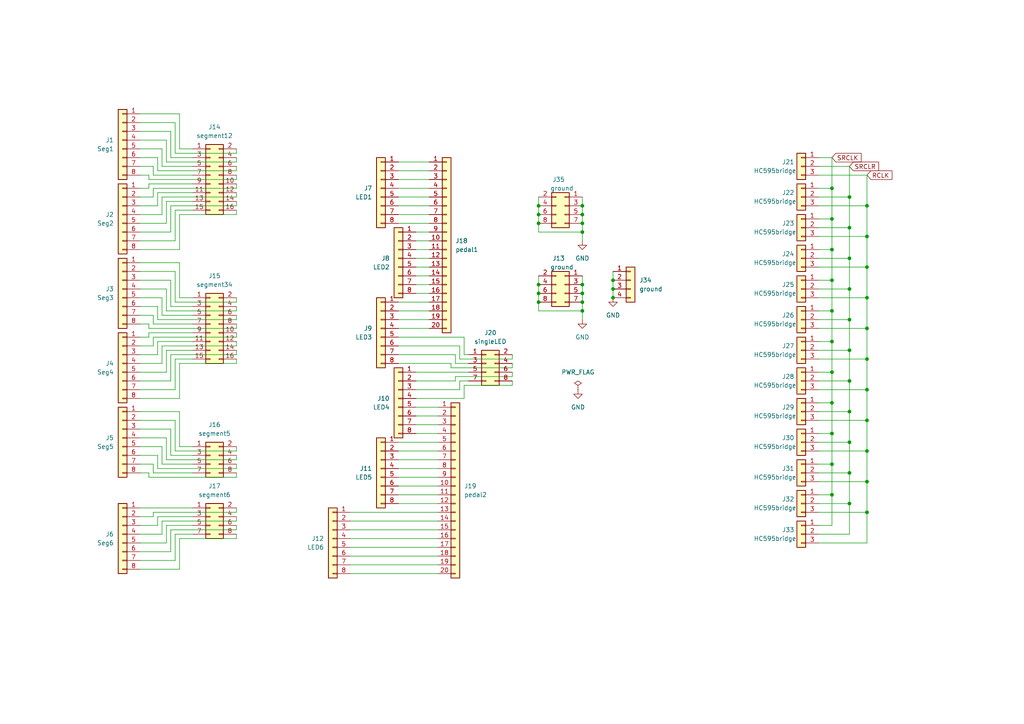
<source format=kicad_sch>
(kicad_sch (version 20230121) (generator eeschema)
  (paper "A4")
  (title_block (title "EP5 dashboard middle board") (date "2024-01-01") (rev "1") (company "NTURacing") (comment 1 "郭哲明") (comment 2 "electrical group"))
  (lib_symbols
    (symbol "Connector_Generic:Conn_01x03" (pin_names (offset 1.016) hide)
      (property "Reference" "J" (at 0 5.08 0))
      (property "Value" "Conn_01x03" (at 0 -5.08 0))
      (symbol "Conn_01x03_1_1"
        (rectangle (start -1.27 -2.413) (end 0 -2.667) (stroke (width 0.1524)))
        (rectangle (start -1.27 0.127) (end 0 -0.127) (stroke (width 0.1524)))
        (rectangle (start -1.27 2.667) (end 0 2.413) (stroke (width 0.1524)))
        (rectangle (start -1.27 3.81) (end 1.27 -3.81) (stroke (width 0.254)) (fill (type background)))
        (pin passive line (at -5.08 2.54 0) (length 3.81) (name "Pin_1") (number "1"))
        (pin passive line (at -5.08 0 0) (length 3.81) (name "Pin_2") (number "2"))
        (pin passive line (at -5.08 -2.54 0) (length 3.81) (name "Pin_3") (number "3"))
      )
    )
    (symbol "Connector_Generic:Conn_01x04" (pin_names (offset 1.016) hide)
      (property "Reference" "J" (at 0 5.08 0))
      (property "Value" "Conn_01x04" (at 0 -7.62 0))
      (symbol "Conn_01x04_1_1"
        (rectangle (start -1.27 -4.953) (end 0 -5.207) (stroke (width 0.1524)))
        (rectangle (start -1.27 -2.413) (end 0 -2.667) (stroke (width 0.1524)))
        (rectangle (start -1.27 0.127) (end 0 -0.127) (stroke (width 0.1524)))
        (rectangle (start -1.27 2.667) (end 0 2.413) (stroke (width 0.1524)))
        (rectangle (start -1.27 3.81) (end 1.27 -6.35) (stroke (width 0.254)) (fill (type background)))
        (pin passive line (at -5.08 2.54 0) (length 3.81) (name "Pin_1") (number "1"))
        (pin passive line (at -5.08 0 0) (length 3.81) (name "Pin_2") (number "2"))
        (pin passive line (at -5.08 -2.54 0) (length 3.81) (name "Pin_3") (number "3"))
        (pin passive line (at -5.08 -5.08 0) (length 3.81) (name "Pin_4") (number "4"))
      )
    )
    (symbol "Connector_Generic:Conn_01x08" (pin_names (offset 1.016) hide)
      (property "Reference" "J" (at 0 10.16 0))
      (property "Value" "Conn_01x08" (at 0 -12.7 0))
      (symbol "Conn_01x08_1_1"
        (rectangle (start -1.27 -10.033) (end 0 -10.287) (stroke (width 0.1524)))
        (rectangle (start -1.27 -7.493) (end 0 -7.747) (stroke (width 0.1524)))
        (rectangle (start -1.27 -4.953) (end 0 -5.207) (stroke (width 0.1524)))
        (rectangle (start -1.27 -2.413) (end 0 -2.667) (stroke (width 0.1524)))
        (rectangle (start -1.27 0.127) (end 0 -0.127) (stroke (width 0.1524)))
        (rectangle (start -1.27 2.667) (end 0 2.413) (stroke (width 0.1524)))
        (rectangle (start -1.27 5.207) (end 0 4.953) (stroke (width 0.1524)))
        (rectangle (start -1.27 7.747) (end 0 7.493) (stroke (width 0.1524)))
        (rectangle (start -1.27 8.89) (end 1.27 -11.43) (stroke (width 0.254)) (fill (type background)))
        (pin passive line (at -5.08 7.62 0) (length 3.81) (name "Pin_1") (number "1"))
        (pin passive line (at -5.08 5.08 0) (length 3.81) (name "Pin_2") (number "2"))
        (pin passive line (at -5.08 2.54 0) (length 3.81) (name "Pin_3") (number "3"))
        (pin passive line (at -5.08 0 0) (length 3.81) (name "Pin_4") (number "4"))
        (pin passive line (at -5.08 -2.54 0) (length 3.81) (name "Pin_5") (number "5"))
        (pin passive line (at -5.08 -5.08 0) (length 3.81) (name "Pin_6") (number "6"))
        (pin passive line (at -5.08 -7.62 0) (length 3.81) (name "Pin_7") (number "7"))
        (pin passive line (at -5.08 -10.16 0) (length 3.81) (name "Pin_8") (number "8"))
      )
    )
    (symbol "Connector_Generic:Conn_01x20" (pin_names (offset 1.016) hide)
      (property "Reference" "J" (at 0 25.4 0))
      (property "Value" "Conn_01x20" (at 0 -27.94 0))
      (symbol "Conn_01x20_1_1"
        (rectangle (start -1.27 -25.273) (end 0 -25.527) (stroke (width 0.1524)))
        (rectangle (start -1.27 -22.733) (end 0 -22.987) (stroke (width 0.1524)))
        (rectangle (start -1.27 -20.193) (end 0 -20.447) (stroke (width 0.1524)))
        (rectangle (start -1.27 -17.653) (end 0 -17.907) (stroke (width 0.1524)))
        (rectangle (start -1.27 -15.113) (end 0 -15.367) (stroke (width 0.1524)))
        (rectangle (start -1.27 -12.573) (end 0 -12.827) (stroke (width 0.1524)))
        (rectangle (start -1.27 -10.033) (end 0 -10.287) (stroke (width 0.1524)))
        (rectangle (start -1.27 -7.493) (end 0 -7.747) (stroke (width 0.1524)))
        (rectangle (start -1.27 -4.953) (end 0 -5.207) (stroke (width 0.1524)))
        (rectangle (start -1.27 -2.413) (end 0 -2.667) (stroke (width 0.1524)))
        (rectangle (start -1.27 0.127) (end 0 -0.127) (stroke (width 0.1524)))
        (rectangle (start -1.27 2.667) (end 0 2.413) (stroke (width 0.1524)))
        (rectangle (start -1.27 5.207) (end 0 4.953) (stroke (width 0.1524)))
        (rectangle (start -1.27 7.747) (end 0 7.493) (stroke (width 0.1524)))
        (rectangle (start -1.27 10.287) (end 0 10.033) (stroke (width 0.1524)))
        (rectangle (start -1.27 12.827) (end 0 12.573) (stroke (width 0.1524)))
        (rectangle (start -1.27 15.367) (end 0 15.113) (stroke (width 0.1524)))
        (rectangle (start -1.27 17.907) (end 0 17.653) (stroke (width 0.1524)))
        (rectangle (start -1.27 20.447) (end 0 20.193) (stroke (width 0.1524)))
        (rectangle (start -1.27 22.987) (end 0 22.733) (stroke (width 0.1524)))
        (rectangle (start -1.27 24.13) (end 1.27 -26.67) (stroke (width 0.254)) (fill (type background)))
        (pin passive line (at -5.08 22.86 0) (length 3.81) (name "Pin_1") (number "1"))
        (pin passive line (at -5.08 0 0) (length 3.81) (name "Pin_10") (number "10"))
        (pin passive line (at -5.08 -2.54 0) (length 3.81) (name "Pin_11") (number "11"))
        (pin passive line (at -5.08 -5.08 0) (length 3.81) (name "Pin_12") (number "12"))
        (pin passive line (at -5.08 -7.62 0) (length 3.81) (name "Pin_13") (number "13"))
        (pin passive line (at -5.08 -10.16 0) (length 3.81) (name "Pin_14") (number "14"))
        (pin passive line (at -5.08 -12.7 0) (length 3.81) (name "Pin_15") (number "15"))
        (pin passive line (at -5.08 -15.24 0) (length 3.81) (name "Pin_16") (number "16"))
        (pin passive line (at -5.08 -17.78 0) (length 3.81) (name "Pin_17") (number "17"))
        (pin passive line (at -5.08 -20.32 0) (length 3.81) (name "Pin_18") (number "18"))
        (pin passive line (at -5.08 -22.86 0) (length 3.81) (name "Pin_19") (number "19"))
        (pin passive line (at -5.08 20.32 0) (length 3.81) (name "Pin_2") (number "2"))
        (pin passive line (at -5.08 -25.4 0) (length 3.81) (name "Pin_20") (number "20"))
        (pin passive line (at -5.08 17.78 0) (length 3.81) (name "Pin_3") (number "3"))
        (pin passive line (at -5.08 15.24 0) (length 3.81) (name "Pin_4") (number "4"))
        (pin passive line (at -5.08 12.7 0) (length 3.81) (name "Pin_5") (number "5"))
        (pin passive line (at -5.08 10.16 0) (length 3.81) (name "Pin_6") (number "6"))
        (pin passive line (at -5.08 7.62 0) (length 3.81) (name "Pin_7") (number "7"))
        (pin passive line (at -5.08 5.08 0) (length 3.81) (name "Pin_8") (number "8"))
        (pin passive line (at -5.08 2.54 0) (length 3.81) (name "Pin_9") (number "9"))
      )
    )
    (symbol "Connector_Generic:Conn_02x04_Odd_Even" (pin_names (offset 1.016) hide)
      (property "Reference" "J" (at 1.27 5.08 0))
      (property "Value" "Conn_02x04_Odd_Even" (at 1.27 -7.62 0))
      (symbol "Conn_02x04_Odd_Even_1_1"
        (rectangle (start -1.27 -4.953) (end 0 -5.207) (stroke (width 0.1524)))
        (rectangle (start -1.27 -2.413) (end 0 -2.667) (stroke (width 0.1524)))
        (rectangle (start -1.27 0.127) (end 0 -0.127) (stroke (width 0.1524)))
        (rectangle (start -1.27 2.667) (end 0 2.413) (stroke (width 0.1524)))
        (rectangle (start -1.27 3.81) (end 3.81 -6.35) (stroke (width 0.254)) (fill (type background)))
        (rectangle (start 3.81 -4.953) (end 2.54 -5.207) (stroke (width 0.1524)))
        (rectangle (start 3.81 -2.413) (end 2.54 -2.667) (stroke (width 0.1524)))
        (rectangle (start 3.81 0.127) (end 2.54 -0.127) (stroke (width 0.1524)))
        (rectangle (start 3.81 2.667) (end 2.54 2.413) (stroke (width 0.1524)))
        (pin passive line (at -5.08 2.54 0) (length 3.81) (name "Pin_1") (number "1"))
        (pin passive line (at 7.62 2.54 180) (length 3.81) (name "Pin_2") (number "2"))
        (pin passive line (at -5.08 0 0) (length 3.81) (name "Pin_3") (number "3"))
        (pin passive line (at 7.62 0 180) (length 3.81) (name "Pin_4") (number "4"))
        (pin passive line (at -5.08 -2.54 0) (length 3.81) (name "Pin_5") (number "5"))
        (pin passive line (at 7.62 -2.54 180) (length 3.81) (name "Pin_6") (number "6"))
        (pin passive line (at -5.08 -5.08 0) (length 3.81) (name "Pin_7") (number "7"))
        (pin passive line (at 7.62 -5.08 180) (length 3.81) (name "Pin_8") (number "8"))
      )
    )
    (symbol "Connector_Generic:Conn_02x08_Odd_Even" (pin_names (offset 1.016) hide)
      (property "Reference" "J" (at 1.27 10.16 0))
      (property "Value" "Conn_02x08_Odd_Even" (at 1.27 -12.7 0))
      (symbol "Conn_02x08_Odd_Even_1_1"
        (rectangle (start -1.27 -10.033) (end 0 -10.287) (stroke (width 0.1524)))
        (rectangle (start -1.27 -7.493) (end 0 -7.747) (stroke (width 0.1524)))
        (rectangle (start -1.27 -4.953) (end 0 -5.207) (stroke (width 0.1524)))
        (rectangle (start -1.27 -2.413) (end 0 -2.667) (stroke (width 0.1524)))
        (rectangle (start -1.27 0.127) (end 0 -0.127) (stroke (width 0.1524)))
        (rectangle (start -1.27 2.667) (end 0 2.413) (stroke (width 0.1524)))
        (rectangle (start -1.27 5.207) (end 0 4.953) (stroke (width 0.1524)))
        (rectangle (start -1.27 7.747) (end 0 7.493) (stroke (width 0.1524)))
        (rectangle (start -1.27 8.89) (end 3.81 -11.43) (stroke (width 0.254)) (fill (type background)))
        (rectangle (start 3.81 -10.033) (end 2.54 -10.287) (stroke (width 0.1524)))
        (rectangle (start 3.81 -7.493) (end 2.54 -7.747) (stroke (width 0.1524)))
        (rectangle (start 3.81 -4.953) (end 2.54 -5.207) (stroke (width 0.1524)))
        (rectangle (start 3.81 -2.413) (end 2.54 -2.667) (stroke (width 0.1524)))
        (rectangle (start 3.81 0.127) (end 2.54 -0.127) (stroke (width 0.1524)))
        (rectangle (start 3.81 2.667) (end 2.54 2.413) (stroke (width 0.1524)))
        (rectangle (start 3.81 5.207) (end 2.54 4.953) (stroke (width 0.1524)))
        (rectangle (start 3.81 7.747) (end 2.54 7.493) (stroke (width 0.1524)))
        (pin passive line (at -5.08 7.62 0) (length 3.81) (name "Pin_1") (number "1"))
        (pin passive line (at 7.62 -2.54 180) (length 3.81) (name "Pin_10") (number "10"))
        (pin passive line (at -5.08 -5.08 0) (length 3.81) (name "Pin_11") (number "11"))
        (pin passive line (at 7.62 -5.08 180) (length 3.81) (name "Pin_12") (number "12"))
        (pin passive line (at -5.08 -7.62 0) (length 3.81) (name "Pin_13") (number "13"))
        (pin passive line (at 7.62 -7.62 180) (length 3.81) (name "Pin_14") (number "14"))
        (pin passive line (at -5.08 -10.16 0) (length 3.81) (name "Pin_15") (number "15"))
        (pin passive line (at 7.62 -10.16 180) (length 3.81) (name "Pin_16") (number "16"))
        (pin passive line (at 7.62 7.62 180) (length 3.81) (name "Pin_2") (number "2"))
        (pin passive line (at -5.08 5.08 0) (length 3.81) (name "Pin_3") (number "3"))
        (pin passive line (at 7.62 5.08 180) (length 3.81) (name "Pin_4") (number "4"))
        (pin passive line (at -5.08 2.54 0) (length 3.81) (name "Pin_5") (number "5"))
        (pin passive line (at 7.62 2.54 180) (length 3.81) (name "Pin_6") (number "6"))
        (pin passive line (at -5.08 0 0) (length 3.81) (name "Pin_7") (number "7"))
        (pin passive line (at 7.62 0 180) (length 3.81) (name "Pin_8") (number "8"))
        (pin passive line (at -5.08 -2.54 0) (length 3.81) (name "Pin_9") (number "9"))
      )
    )
    (symbol "power:GND" (power) (pin_names (offset 0))
      (property "Value" "GND" (at 0 -3.81 0))
      (symbol "GND_0_1"
        (polyline (pts (xy 0 0) (xy 0 -1.27) (xy 1.27 -1.27) (xy 0 -2.54) (xy -1.27 -1.27) (xy 0 -1.27)))
      )
      (symbol "GND_1_1"
        (pin power_in line (at 0 0 270) (length 0) hide (name "GND") (number "1"))
      )
    )
    (symbol "power:PWR_FLAG" (power) (pin_numbers hide) (pin_names (offset 0) hide)
      (property "Value" "PWR_FLAG" (at 0 3.81 0))
      (symbol "PWR_FLAG_0_0"
        (pin power_out line (at 0 0 90) (length 0) (name "pwr") (number "1"))
      )
      (symbol "PWR_FLAG_0_1"
        (polyline (pts (xy 0 0) (xy 0 1.27) (xy -1.016 1.905) (xy 0 2.54) (xy 1.016 1.905) (xy 0 1.27)))
      )
    )
  )
  (junction (at 241.3 99.06))
  (junction (at 168.91 67.31))
  (junction (at 251.46 130.81))
  (junction (at 246.38 119.38))
  (junction (at 246.38 128.27))
  (junction (at 241.3 143.51))
  (junction (at 251.46 148.59))
  (junction (at 156.21 87.63))
  (junction (at 168.91 85.09))
  (junction (at 246.38 146.05))
  (junction (at 168.91 82.55))
  (junction (at 246.38 110.49))
  (junction (at 241.3 63.5))
  (junction (at 241.3 81.28))
  (junction (at 251.46 86.36))
  (junction (at 156.21 82.55))
  (junction (at 246.38 74.93))
  (junction (at 251.46 77.47))
  (junction (at 246.38 92.71))
  (junction (at 251.46 139.7))
  (junction (at 251.46 68.58))
  (junction (at 168.91 62.23))
  (junction (at 156.21 85.09))
  (junction (at 251.46 95.25))
  (junction (at 177.8 86.36))
  (junction (at 156.21 62.23))
  (junction (at 246.38 137.16))
  (junction (at 156.21 59.69))
  (junction (at 241.3 54.61))
  (junction (at 168.91 59.69))
  (junction (at 241.3 134.62))
  (junction (at 241.3 107.95))
  (junction (at 241.3 72.39))
  (junction (at 251.46 104.14))
  (junction (at 251.46 121.92))
  (junction (at 246.38 57.15))
  (junction (at 246.38 66.04))
  (junction (at 177.8 83.82))
  (junction (at 241.3 90.17))
  (junction (at 251.46 113.03))
  (junction (at 168.91 64.77))
  (junction (at 246.38 83.82))
  (junction (at 241.3 125.73))
  (junction (at 246.38 101.6))
  (junction (at 168.91 87.63))
  (junction (at 251.46 59.69))
  (junction (at 177.8 81.28))
  (junction (at 168.91 90.17))
  (junction (at 156.21 64.77))
  (junction (at 241.3 116.84))
  (wire (pts (xy 45.72 49.53) (xy 68.58 49.53)))
  (wire (pts (xy 49.53 132.08) (xy 49.53 124.46)))
  (wire (pts (xy 48.26 157.48) (xy 48.26 152.4)))
  (wire (pts (xy 68.58 151.13) (xy 68.58 149.86)))
  (wire (pts (xy 49.53 102.87) (xy 68.58 102.87)))
  (wire (pts (xy 133.35 104.14) (xy 148.59 104.14)))
  (wire (pts (xy 251.46 113.03) (xy 251.46 121.92)))
  (wire (pts (xy 49.53 160.02) (xy 49.53 153.67)))
  (wire (pts (xy 46.99 134.62) (xy 55.88 134.62)))
  (wire (pts (xy 237.49 113.03) (xy 251.46 113.03)))
  (wire (pts (xy 49.53 67.31) (xy 49.53 59.69)))
  (wire (pts (xy 101.6 161.29) (xy 127 161.29)))
  (wire (pts (xy 50.8 130.81) (xy 68.58 130.81)))
  (wire (pts (xy 115.57 133.35) (xy 127 133.35)))
  (wire (pts (xy 40.64 119.38) (xy 52.07 119.38)))
  (wire (pts (xy 115.57 146.05) (xy 127 146.05)))
  (wire (pts (xy 241.3 134.62) (xy 241.3 143.51)))
  (wire (pts (xy 44.45 93.98) (xy 55.88 93.98)))
  (wire (pts (xy 132.08 110.49) (xy 132.08 109.22)))
  (wire (pts (xy 148.59 109.22) (xy 148.59 107.95)))
  (wire (pts (xy 237.49 116.84) (xy 241.3 116.84)))
  (wire (pts (xy 120.65 72.39) (xy 124.46 72.39)))
  (wire (pts (xy 68.58 87.63) (xy 68.58 86.36)))
  (wire (pts (xy 48.26 152.4) (xy 55.88 152.4)))
  (wire (pts (xy 48.26 107.95) (xy 48.26 101.6)))
  (wire (pts (xy 40.64 102.87) (xy 45.72 102.87)))
  (wire (pts (xy 120.65 120.65) (xy 127 120.65)))
  (wire (pts (xy 168.91 67.31) (xy 168.91 69.85)))
  (wire (pts (xy 127 148.59) (xy 101.6 148.59)))
  (wire (pts (xy 45.72 45.72) (xy 45.72 49.53)))
  (wire (pts (xy 115.57 100.33) (xy 133.35 100.33)))
  (wire (pts (xy 44.45 57.15) (xy 44.45 54.61)))
  (wire (pts (xy 68.58 49.53) (xy 68.58 48.26)))
  (wire (pts (xy 237.49 110.49) (xy 246.38 110.49)))
  (wire (pts (xy 251.46 148.59) (xy 251.46 157.48)))
  (wire (pts (xy 40.64 113.03) (xy 50.8 113.03)))
  (wire (pts (xy 241.3 63.5) (xy 241.3 72.39)))
  (wire (pts (xy 168.91 80.01) (xy 168.91 82.55)))
  (wire (pts (xy 45.72 59.69) (xy 45.72 55.88)))
  (wire (pts (xy 40.64 45.72) (xy 45.72 45.72)))
  (wire (pts (xy 40.64 48.26) (xy 44.45 48.26)))
  (wire (pts (xy 115.57 87.63) (xy 124.46 87.63)))
  (wire (pts (xy 241.3 90.17) (xy 241.3 99.06)))
  (wire (pts (xy 115.57 140.97) (xy 127 140.97)))
  (wire (pts (xy 50.8 69.85) (xy 50.8 60.96)))
  (wire (pts (xy 45.72 88.9) (xy 45.72 92.71)))
  (wire (pts (xy 237.49 130.81) (xy 251.46 130.81)))
  (wire (pts (xy 156.21 87.63) (xy 156.21 90.17)))
  (wire (pts (xy 120.65 123.19) (xy 127 123.19)))
  (wire (pts (xy 246.38 48.26) (xy 246.38 57.15)))
  (wire (pts (xy 120.65 118.11) (xy 127 118.11)))
  (wire (pts (xy 168.91 82.55) (xy 168.91 85.09)))
  (wire (pts (xy 52.07 72.39) (xy 52.07 62.23)))
  (wire (pts (xy 168.91 87.63) (xy 168.91 90.17)))
  (wire (pts (xy 148.59 106.68) (xy 148.59 105.41)))
  (wire (pts (xy 52.07 165.1) (xy 52.07 156.21)))
  (wire (pts (xy 43.18 54.61) (xy 43.18 53.34)))
  (wire (pts (xy 132.08 102.87) (xy 132.08 105.41)))
  (wire (pts (xy 101.6 156.21) (xy 127 156.21)))
  (wire (pts (xy 156.21 64.77) (xy 156.21 67.31)))
  (wire (pts (xy 68.58 102.87) (xy 68.58 101.6)))
  (wire (pts (xy 50.8 121.92) (xy 50.8 130.81)))
  (wire (pts (xy 237.49 50.8) (xy 251.46 50.8)))
  (wire (pts (xy 40.64 76.2) (xy 52.07 76.2)))
  (wire (pts (xy 115.57 95.25) (xy 124.46 95.25)))
  (wire (pts (xy 44.45 50.8) (xy 55.88 50.8)))
  (wire (pts (xy 115.57 105.41) (xy 130.81 105.41)))
  (wire (pts (xy 68.58 46.99) (xy 68.58 45.72)))
  (wire (pts (xy 40.64 54.61) (xy 43.18 54.61)))
  (wire (pts (xy 246.38 101.6) (xy 246.38 110.49)))
  (wire (pts (xy 115.57 64.77) (xy 124.46 64.77)))
  (wire (pts (xy 52.07 43.18) (xy 52.07 33.02)))
  (wire (pts (xy 251.46 50.8) (xy 251.46 59.69)))
  (wire (pts (xy 251.46 104.14) (xy 251.46 113.03)))
  (wire (pts (xy 168.91 59.69) (xy 168.91 62.23)))
  (wire (pts (xy 115.57 143.51) (xy 127 143.51)))
  (wire (pts (xy 68.58 138.43) (xy 68.58 137.16)))
  (wire (pts (xy 49.53 132.08) (xy 55.88 132.08)))
  (wire (pts (xy 43.18 93.98) (xy 43.18 95.25)))
  (wire (pts (xy 133.35 113.03) (xy 133.35 110.49)))
  (wire (pts (xy 130.81 105.41) (xy 130.81 106.68)))
  (wire (pts (xy 101.6 166.37) (xy 127 166.37)))
  (wire (pts (xy 48.26 58.42) (xy 55.88 58.42)))
  (wire (pts (xy 156.21 59.69) (xy 156.21 62.23)))
  (wire (pts (xy 251.46 121.92) (xy 251.46 130.81)))
  (wire (pts (xy 115.57 59.69) (xy 124.46 59.69)))
  (wire (pts (xy 237.49 128.27) (xy 246.38 128.27)))
  (wire (pts (xy 177.8 83.82) (xy 177.8 86.36)))
  (wire (pts (xy 156.21 57.15) (xy 156.21 59.69)))
  (wire (pts (xy 45.72 135.89) (xy 68.58 135.89)))
  (wire (pts (xy 44.45 54.61) (xy 68.58 54.61)))
  (wire (pts (xy 120.65 67.31) (xy 124.46 67.31)))
  (wire (pts (xy 50.8 113.03) (xy 50.8 104.14)))
  (wire (pts (xy 52.07 105.41) (xy 68.58 105.41)))
  (wire (pts (xy 68.58 153.67) (xy 68.58 152.4)))
  (wire (pts (xy 237.49 81.28) (xy 241.3 81.28)))
  (wire (pts (xy 241.3 116.84) (xy 241.3 125.73)))
  (wire (pts (xy 246.38 92.71) (xy 246.38 101.6)))
  (wire (pts (xy 101.6 158.75) (xy 127 158.75)))
  (wire (pts (xy 120.65 82.55) (xy 124.46 82.55)))
  (wire (pts (xy 246.38 137.16) (xy 246.38 146.05)))
  (wire (pts (xy 115.57 130.81) (xy 127 130.81)))
  (wire (pts (xy 134.62 102.87) (xy 135.89 102.87)))
  (wire (pts (xy 246.38 74.93) (xy 246.38 83.82)))
  (wire (pts (xy 237.49 137.16) (xy 246.38 137.16)))
  (wire (pts (xy 48.26 64.77) (xy 48.26 58.42)))
  (wire (pts (xy 43.18 97.79) (xy 43.18 96.52)))
  (wire (pts (xy 68.58 156.21) (xy 68.58 154.94)))
  (wire (pts (xy 50.8 60.96) (xy 55.88 60.96)))
  (wire (pts (xy 40.64 72.39) (xy 52.07 72.39)))
  (wire (pts (xy 101.6 153.67) (xy 127 153.67)))
  (wire (pts (xy 52.07 86.36) (xy 55.88 86.36)))
  (wire (pts (xy 246.38 146.05) (xy 246.38 154.94)))
  (wire (pts (xy 48.26 90.17) (xy 68.58 90.17)))
  (wire (pts (xy 246.38 83.82) (xy 246.38 92.71)))
  (wire (pts (xy 115.57 92.71) (xy 124.46 92.71)))
  (wire (pts (xy 156.21 80.01) (xy 156.21 82.55)))
  (wire (pts (xy 241.3 99.06) (xy 241.3 107.95)))
  (wire (pts (xy 156.21 67.31) (xy 168.91 67.31)))
  (wire (pts (xy 40.64 149.86) (xy 44.45 149.86)))
  (wire (pts (xy 115.57 97.79) (xy 134.62 97.79)))
  (wire (pts (xy 46.99 91.44) (xy 46.99 86.36)))
  (wire (pts (xy 50.8 78.74) (xy 50.8 87.63)))
  (wire (pts (xy 237.49 99.06) (xy 241.3 99.06)))
  (wire (pts (xy 156.21 90.17) (xy 168.91 90.17)))
  (wire (pts (xy 156.21 85.09) (xy 156.21 87.63)))
  (wire (pts (xy 133.35 100.33) (xy 133.35 104.14)))
  (wire (pts (xy 40.64 40.64) (xy 48.26 40.64)))
  (wire (pts (xy 68.58 59.69) (xy 68.58 58.42)))
  (wire (pts (xy 177.8 78.74) (xy 177.8 81.28)))
  (wire (pts (xy 237.49 95.25) (xy 251.46 95.25)))
  (wire (pts (xy 115.57 135.89) (xy 127 135.89)))
  (wire (pts (xy 49.53 88.9) (xy 55.88 88.9)))
  (wire (pts (xy 44.45 137.16) (xy 44.45 134.62)))
  (wire (pts (xy 120.65 77.47) (xy 124.46 77.47)))
  (wire (pts (xy 46.99 154.94) (xy 46.99 151.13)))
  (wire (pts (xy 40.64 35.56) (xy 50.8 35.56)))
  (wire (pts (xy 241.3 107.95) (xy 241.3 116.84)))
  (wire (pts (xy 52.07 115.57) (xy 52.07 105.41)))
  (wire (pts (xy 246.38 66.04) (xy 246.38 74.93)))
  (wire (pts (xy 43.18 52.07) (xy 68.58 52.07)))
  (wire (pts (xy 52.07 129.54) (xy 52.07 119.38)))
  (wire (pts (xy 52.07 62.23) (xy 68.58 62.23)))
  (wire (pts (xy 45.72 99.06) (xy 55.88 99.06)))
  (wire (pts (xy 52.07 86.36) (xy 52.07 76.2)))
  (wire (pts (xy 115.57 54.61) (xy 124.46 54.61)))
  (wire (pts (xy 68.58 100.33) (xy 68.58 99.06)))
  (wire (pts (xy 45.72 92.71) (xy 68.58 92.71)))
  (wire (pts (xy 168.91 90.17) (xy 168.91 92.71)))
  (wire (pts (xy 241.3 125.73) (xy 241.3 134.62)))
  (wire (pts (xy 43.18 96.52) (xy 55.88 96.52)))
  (wire (pts (xy 40.64 105.41) (xy 46.99 105.41)))
  (wire (pts (xy 44.45 137.16) (xy 55.88 137.16)))
  (wire (pts (xy 68.58 133.35) (xy 68.58 132.08)))
  (wire (pts (xy 40.64 129.54) (xy 46.99 129.54)))
  (wire (pts (xy 115.57 49.53) (xy 124.46 49.53)))
  (wire (pts (xy 246.38 128.27) (xy 246.38 137.16)))
  (wire (pts (xy 237.49 59.69) (xy 251.46 59.69)))
  (wire (pts (xy 46.99 134.62) (xy 46.99 129.54)))
  (wire (pts (xy 251.46 86.36) (xy 251.46 95.25)))
  (wire (pts (xy 48.26 83.82) (xy 48.26 90.17)))
  (wire (pts (xy 49.53 59.69) (xy 68.58 59.69)))
  (wire (pts (xy 40.64 107.95) (xy 48.26 107.95)))
  (wire (pts (xy 40.64 147.32) (xy 55.88 147.32)))
  (wire (pts (xy 68.58 97.79) (xy 68.58 96.52)))
  (wire (pts (xy 43.18 50.8) (xy 43.18 52.07)))
  (wire (pts (xy 246.38 119.38) (xy 246.38 128.27)))
  (wire (pts (xy 40.64 124.46) (xy 49.53 124.46)))
  (wire (pts (xy 156.21 82.55) (xy 156.21 85.09)))
  (wire (pts (xy 50.8 44.45) (xy 68.58 44.45)))
  (wire (pts (xy 49.53 153.67) (xy 68.58 153.67)))
  (wire (pts (xy 48.26 46.99) (xy 68.58 46.99)))
  (wire (pts (xy 44.45 97.79) (xy 68.58 97.79)))
  (wire (pts (xy 43.18 137.16) (xy 43.18 138.43)))
  (wire (pts (xy 40.64 127) (xy 48.26 127)))
  (wire (pts (xy 251.46 77.47) (xy 251.46 86.36)))
  (wire (pts (xy 237.49 143.51) (xy 241.3 143.51)))
  (wire (pts (xy 148.59 111.76) (xy 148.59 110.49)))
  (wire (pts (xy 237.49 83.82) (xy 246.38 83.82)))
  (wire (pts (xy 68.58 57.15) (xy 68.58 55.88)))
  (wire (pts (xy 40.64 43.18) (xy 46.99 43.18)))
  (wire (pts (xy 68.58 105.41) (xy 68.58 104.14)))
  (wire (pts (xy 237.49 146.05) (xy 246.38 146.05)))
  (wire (pts (xy 68.58 135.89) (xy 68.58 134.62)))
  (wire (pts (xy 120.65 107.95) (xy 135.89 107.95)))
  (wire (pts (xy 237.49 134.62) (xy 241.3 134.62)))
  (wire (pts (xy 49.53 88.9) (xy 49.53 81.28)))
  (wire (pts (xy 44.45 148.59) (xy 68.58 148.59)))
  (wire (pts (xy 168.91 85.09) (xy 168.91 87.63)))
  (wire (pts (xy 68.58 90.17) (xy 68.58 88.9)))
  (wire (pts (xy 134.62 115.57) (xy 134.62 111.76)))
  (wire (pts (xy 168.91 57.15) (xy 168.91 59.69)))
  (wire (pts (xy 177.8 81.28) (xy 177.8 83.82)))
  (wire (pts (xy 40.64 165.1) (xy 52.07 165.1)))
  (wire (pts (xy 40.64 152.4) (xy 45.72 152.4)))
  (wire (pts (xy 52.07 156.21) (xy 68.58 156.21)))
  (wire (pts (xy 101.6 163.83) (xy 127 163.83)))
  (wire (pts (xy 115.57 57.15) (xy 124.46 57.15)))
  (wire (pts (xy 68.58 92.71) (xy 68.58 91.44)))
  (wire (pts (xy 246.38 57.15) (xy 246.38 66.04)))
  (wire (pts (xy 120.65 74.93) (xy 124.46 74.93)))
  (wire (pts (xy 45.72 102.87) (xy 45.72 99.06)))
  (wire (pts (xy 237.49 77.47) (xy 251.46 77.47)))
  (wire (pts (xy 237.49 119.38) (xy 246.38 119.38)))
  (wire (pts (xy 40.64 83.82) (xy 48.26 83.82)))
  (wire (pts (xy 50.8 154.94) (xy 55.88 154.94)))
  (wire (pts (xy 237.49 104.14) (xy 251.46 104.14)))
  (wire (pts (xy 40.64 33.02) (xy 52.07 33.02)))
  (wire (pts (xy 40.64 57.15) (xy 44.45 57.15)))
  (wire (pts (xy 68.58 95.25) (xy 68.58 93.98)))
  (wire (pts (xy 168.91 64.77) (xy 168.91 67.31)))
  (wire (pts (xy 115.57 62.23) (xy 124.46 62.23)))
  (wire (pts (xy 120.65 69.85) (xy 124.46 69.85)))
  (wire (pts (xy 132.08 109.22) (xy 148.59 109.22)))
  (wire (pts (xy 132.08 105.41) (xy 135.89 105.41)))
  (wire (pts (xy 44.45 50.8) (xy 44.45 48.26)))
  (wire (pts (xy 237.49 121.92) (xy 251.46 121.92)))
  (wire (pts (xy 115.57 90.17) (xy 124.46 90.17)))
  (wire (pts (xy 237.49 154.94) (xy 246.38 154.94)))
  (wire (pts (xy 49.53 110.49) (xy 49.53 102.87)))
  (wire (pts (xy 237.49 92.71) (xy 246.38 92.71)))
  (wire (pts (xy 43.18 138.43) (xy 68.58 138.43)))
  (wire (pts (xy 50.8 104.14) (xy 55.88 104.14)))
  (wire (pts (xy 241.3 143.51) (xy 241.3 152.4)))
  (wire (pts (xy 40.64 81.28) (xy 49.53 81.28)))
  (wire (pts (xy 40.64 134.62) (xy 44.45 134.62)))
  (wire (pts (xy 40.64 62.23) (xy 46.99 62.23)))
  (wire (pts (xy 237.49 68.58) (xy 251.46 68.58)))
  (wire (pts (xy 48.26 133.35) (xy 68.58 133.35)))
  (wire (pts (xy 40.64 59.69) (xy 45.72 59.69)))
  (wire (pts (xy 120.65 125.73) (xy 127 125.73)))
  (wire (pts (xy 156.21 62.23) (xy 156.21 64.77)))
  (wire (pts (xy 40.64 38.1) (xy 49.53 38.1)))
  (wire (pts (xy 241.3 45.72) (xy 241.3 54.61)))
  (wire (pts (xy 40.64 50.8) (xy 43.18 50.8)))
  (wire (pts (xy 241.3 72.39) (xy 241.3 81.28)))
  (wire (pts (xy 48.26 40.64) (xy 48.26 46.99)))
  (wire (pts (xy 115.57 138.43) (xy 127 138.43)))
  (wire (pts (xy 237.49 125.73) (xy 241.3 125.73)))
  (wire (pts (xy 49.53 45.72) (xy 49.53 38.1)))
  (wire (pts (xy 237.49 139.7) (xy 251.46 139.7)))
  (wire (pts (xy 237.49 157.48) (xy 251.46 157.48)))
  (wire (pts (xy 48.26 127) (xy 48.26 133.35)))
  (wire (pts (xy 241.3 81.28) (xy 241.3 90.17)))
  (wire (pts (xy 50.8 162.56) (xy 50.8 154.94)))
  (wire (pts (xy 68.58 130.81) (xy 68.58 129.54)))
  (wire (pts (xy 40.64 157.48) (xy 48.26 157.48)))
  (wire (pts (xy 44.45 93.98) (xy 44.45 91.44)))
  (wire (pts (xy 43.18 53.34) (xy 55.88 53.34)))
  (wire (pts (xy 52.07 43.18) (xy 55.88 43.18)))
  (wire (pts (xy 40.64 67.31) (xy 49.53 67.31)))
  (wire (pts (xy 130.81 106.68) (xy 148.59 106.68)))
  (wire (pts (xy 45.72 149.86) (xy 55.88 149.86)))
  (wire (pts (xy 40.64 64.77) (xy 48.26 64.77)))
  (wire (pts (xy 46.99 48.26) (xy 46.99 43.18)))
  (wire (pts (xy 251.46 139.7) (xy 251.46 148.59)))
  (wire (pts (xy 237.49 90.17) (xy 241.3 90.17)))
  (wire (pts (xy 120.65 113.03) (xy 133.35 113.03)))
  (wire (pts (xy 68.58 62.23) (xy 68.58 60.96)))
  (wire (pts (xy 46.99 100.33) (xy 68.58 100.33)))
  (wire (pts (xy 134.62 97.79) (xy 134.62 102.87)))
  (wire (pts (xy 251.46 68.58) (xy 251.46 77.47)))
  (wire (pts (xy 46.99 91.44) (xy 55.88 91.44)))
  (wire (pts (xy 45.72 55.88) (xy 55.88 55.88)))
  (wire (pts (xy 237.49 45.72) (xy 241.3 45.72)))
  (wire (pts (xy 46.99 151.13) (xy 68.58 151.13)))
  (wire (pts (xy 40.64 132.08) (xy 45.72 132.08)))
  (wire (pts (xy 40.64 97.79) (xy 43.18 97.79)))
  (wire (pts (xy 44.45 149.86) (xy 44.45 148.59)))
  (wire (pts (xy 251.46 130.81) (xy 251.46 139.7)))
  (wire (pts (xy 237.49 148.59) (xy 251.46 148.59)))
  (wire (pts (xy 237.49 107.95) (xy 241.3 107.95)))
  (wire (pts (xy 68.58 44.45) (xy 68.58 43.18)))
  (wire (pts (xy 237.49 66.04) (xy 246.38 66.04)))
  (wire (pts (xy 241.3 54.61) (xy 241.3 63.5)))
  (wire (pts (xy 50.8 35.56) (xy 50.8 44.45)))
  (wire (pts (xy 40.64 78.74) (xy 50.8 78.74)))
  (wire (pts (xy 46.99 57.15) (xy 68.58 57.15)))
  (wire (pts (xy 43.18 95.25) (xy 68.58 95.25)))
  (wire (pts (xy 237.49 54.61) (xy 241.3 54.61)))
  (wire (pts (xy 237.49 63.5) (xy 241.3 63.5)))
  (wire (pts (xy 237.49 101.6) (xy 246.38 101.6)))
  (wire (pts (xy 68.58 54.61) (xy 68.58 53.34)))
  (wire (pts (xy 45.72 152.4) (xy 45.72 149.86)))
  (wire (pts (xy 115.57 102.87) (xy 132.08 102.87)))
  (wire (pts (xy 148.59 104.14) (xy 148.59 102.87)))
  (wire (pts (xy 251.46 59.69) (xy 251.46 68.58)))
  (wire (pts (xy 120.65 115.57) (xy 134.62 115.57)))
  (wire (pts (xy 40.64 160.02) (xy 49.53 160.02)))
  (wire (pts (xy 40.64 115.57) (xy 52.07 115.57)))
  (wire (pts (xy 44.45 100.33) (xy 44.45 97.79)))
  (wire (pts (xy 251.46 95.25) (xy 251.46 104.14)))
  (wire (pts (xy 48.26 101.6) (xy 55.88 101.6)))
  (wire (pts (xy 120.65 110.49) (xy 132.08 110.49)))
  (wire (pts (xy 237.49 152.4) (xy 241.3 152.4)))
  (wire (pts (xy 52.07 129.54) (xy 55.88 129.54)))
  (wire (pts (xy 40.64 154.94) (xy 46.99 154.94)))
  (wire (pts (xy 40.64 91.44) (xy 44.45 91.44)))
  (wire (pts (xy 40.64 110.49) (xy 49.53 110.49)))
  (wire (pts (xy 40.64 88.9) (xy 45.72 88.9)))
  (wire (pts (xy 40.64 100.33) (xy 44.45 100.33)))
  (wire (pts (xy 237.49 57.15) (xy 246.38 57.15)))
  (wire (pts (xy 46.99 62.23) (xy 46.99 57.15)))
  (wire (pts (xy 237.49 72.39) (xy 241.3 72.39)))
  (wire (pts (xy 45.72 132.08) (xy 45.72 135.89)))
  (wire (pts (xy 49.53 45.72) (xy 55.88 45.72)))
  (wire (pts (xy 115.57 52.07) (xy 124.46 52.07)))
  (wire (pts (xy 50.8 87.63) (xy 68.58 87.63)))
  (wire (pts (xy 46.99 105.41) (xy 46.99 100.33)))
  (wire (pts (xy 40.64 69.85) (xy 50.8 69.85)))
  (wire (pts (xy 133.35 110.49) (xy 135.89 110.49)))
  (wire (pts (xy 101.6 151.13) (xy 127 151.13)))
  (wire (pts (xy 134.62 111.76) (xy 148.59 111.76)))
  (wire (pts (xy 246.38 110.49) (xy 246.38 119.38)))
  (wire (pts (xy 120.65 80.01) (xy 124.46 80.01)))
  (wire (pts (xy 237.49 86.36) (xy 251.46 86.36)))
  (wire (pts (xy 40.64 137.16) (xy 43.18 137.16)))
  (wire (pts (xy 237.49 74.93) (xy 246.38 74.93)))
  (wire (pts (xy 40.64 93.98) (xy 43.18 93.98)))
  (wire (pts (xy 115.57 46.99) (xy 124.46 46.99)))
  (wire (pts (xy 40.64 121.92) (xy 50.8 121.92)))
  (wire (pts (xy 68.58 52.07) (xy 68.58 50.8)))
  (wire (pts (xy 237.49 48.26) (xy 246.38 48.26)))
  (wire (pts (xy 40.64 162.56) (xy 50.8 162.56)))
  (wire (pts (xy 40.64 86.36) (xy 46.99 86.36)))
  (wire (pts (xy 120.65 85.09) (xy 124.46 85.09)))
  (wire (pts (xy 168.91 62.23) (xy 168.91 64.77)))
  (wire (pts (xy 46.99 48.26) (xy 55.88 48.26)))
  (wire (pts (xy 115.57 128.27) (xy 127 128.27)))
  (wire (pts (xy 68.58 148.59) (xy 68.58 147.32)))
  (global_label "SRCLK" (shape input) (at 241.3 45.72 0) (property "Intersheetrefs" "${INTERSHEET_REFS}" (effects hide)))
  (global_label "SRCLR" (shape input) (at 246.38 48.26 0) (property "Intersheetrefs" "${INTERSHEET_REFS}" (effects hide)))
  (global_label "RCLK" (shape input) (at 251.46 50.8 0) (property "Intersheetrefs" "${INTERSHEET_REFS}" (effects hide)))
  (symbol (lib_id "Connector_Generic:Conn_01x03") (at 232.41 119.38 0) (mirror y) (unit 1)
    (property "Reference" "J29" (at 228.6 118.11 0))
    (property "Value" "HC595bridge" (at 224.79 120.65 0))
    (property "Footprint" "Connector_PinHeader_1.27mm:PinHeader_1x03_P1.27mm_Vertical" (effects hide))
  )
  (symbol (lib_id "Connector_Generic:Conn_01x08") (at 115.57 115.57 0) (mirror y) (unit 1)
    (property "Reference" "J10" (at 113.03 115.57 0) (effects (justify left)))
    (property "Value" "LED4" (at 113.03 118.11 0) (effects (justify left)))
    (property "Footprint" "Connector_PinHeader_1.27mm:PinHeader_1x08_P1.27mm_Vertical" (effects hide))
  )
  (symbol (lib_id "power:GND") (at 168.91 92.71 0) (unit 1)
    (property "Reference" "#PWR01" (effects hide))
    (property "Value" "GND" (at 168.91 97.79 0))
  )
  (symbol (lib_id "power:GND") (at 167.64 113.03 0) (unit 1)
    (property "Reference" "#PWR02" (effects hide))
    (property "Value" "GND" (at 167.64 118.11 0))
  )
  (symbol (lib_id "Connector_Generic:Conn_01x03") (at 232.41 110.49 0) (mirror y) (unit 1)
    (property "Reference" "J28" (at 228.6 109.22 0))
    (property "Value" "HC595bridge" (at 224.79 111.76 0))
    (property "Footprint" "Connector_PinHeader_1.27mm:PinHeader_1x03_P1.27mm_Vertical" (effects hide))
  )
  (symbol (lib_id "Connector_Generic:Conn_02x04_Odd_Even") (at 140.97 105.41 0) (unit 1)
    (property "Reference" "J20" (at 142.24 96.52 0))
    (property "Value" "singleLED" (at 142.24 99.06 0))
    (property "Footprint" "Connector_PinSocket_2.54mm:PinSocket_2x04_P2.54mm_Vertical" (effects hide))
  )
  (symbol (lib_id "Connector_Generic:Conn_01x04") (at 182.88 81.28 0) (unit 1)
    (property "Reference" "J34" (at 185.42 81.28 0) (effects (justify left)))
    (property "Value" "ground" (at 185.42 83.82 0) (effects (justify left)))
    (property "Footprint" "Connector_PinSocket_2.54mm:PinSocket_1x04_P2.54mm_Vertical" (effects hide))
  )
  (symbol (lib_id "power:PWR_FLAG") (at 167.64 113.03 0) (unit 1)
    (property "Reference" "#FLG01" (effects hide))
    (property "Value" "PWR_FLAG" (at 167.64 107.95 0))
  )
  (symbol (lib_id "Connector_Generic:Conn_01x03") (at 232.41 57.15 0) (mirror y) (unit 1)
    (property "Reference" "J22" (at 228.6 55.88 0))
    (property "Value" "HC595bridge" (at 224.79 58.42 0))
    (property "Footprint" "Connector_PinHeader_1.27mm:PinHeader_1x03_P1.27mm_Vertical" (effects hide))
  )
  (symbol (lib_id "Connector_Generic:Conn_01x03") (at 232.41 66.04 0) (mirror y) (unit 1)
    (property "Reference" "J23" (at 228.6 64.77 0))
    (property "Value" "HC595bridge" (at 224.79 67.31 0))
    (property "Footprint" "Connector_PinHeader_1.27mm:PinHeader_1x03_P1.27mm_Vertical" (effects hide))
  )
  (symbol (lib_id "Connector_Generic:Conn_01x20") (at 132.08 140.97 0) (unit 1)
    (property "Reference" "J19" (at 134.62 140.97 0) (effects (justify left)))
    (property "Value" "pedal2" (at 134.62 143.51 0) (effects (justify left)))
    (property "Footprint" "Connector_PinSocket_2.54mm:PinSocket_1x20_P2.54mm_Vertical" (effects hide))
  )
  (symbol (lib_id "Connector_Generic:Conn_01x03") (at 232.41 92.71 0) (mirror y) (unit 1)
    (property "Reference" "J26" (at 228.6 91.44 0))
    (property "Value" "HC595bridge" (at 224.79 93.98 0))
    (property "Footprint" "Connector_PinHeader_1.27mm:PinHeader_1x03_P1.27mm_Vertical" (effects hide))
  )
  (symbol (lib_id "Connector_Generic:Conn_01x08") (at 35.56 62.23 0) (mirror y) (unit 1)
    (property "Reference" "J2" (at 33.02 62.23 0) (effects (justify left)))
    (property "Value" "Seg2" (at 33.02 64.77 0) (effects (justify left)))
    (property "Footprint" "Connector_PinHeader_1.27mm:PinHeader_1x08_P1.27mm_Vertical" (effects hide))
  )
  (symbol (lib_id "power:GND") (at 168.91 69.85 0) (unit 1)
    (property "Reference" "#PWR04" (effects hide))
    (property "Value" "GND" (at 168.91 74.93 0))
  )
  (symbol (lib_id "Connector_Generic:Conn_01x08") (at 35.56 127 0) (mirror y) (unit 1)
    (property "Reference" "J5" (at 33.02 127 0) (effects (justify left)))
    (property "Value" "Seg5" (at 33.02 129.54 0) (effects (justify left)))
    (property "Footprint" "Connector_PinHeader_1.27mm:PinHeader_1x08_P1.27mm_Vertical" (effects hide))
  )
  (symbol (lib_id "Connector_Generic:Conn_01x20") (at 129.54 69.85 0) (unit 1)
    (property "Reference" "J18" (at 132.08 69.85 0) (effects (justify left)))
    (property "Value" "pedal1" (at 132.08 72.39 0) (effects (justify left)))
    (property "Footprint" "Connector_PinSocket_2.54mm:PinSocket_1x20_P2.54mm_Vertical" (effects hide))
  )
  (symbol (lib_id "Connector_Generic:Conn_01x08") (at 35.56 154.94 0) (mirror y) (unit 1)
    (property "Reference" "J6" (at 33.02 154.94 0) (effects (justify left)))
    (property "Value" "Seg6" (at 33.02 157.48 0) (effects (justify left)))
    (property "Footprint" "Connector_PinHeader_1.27mm:PinHeader_1x08_P1.27mm_Vertical" (effects hide))
  )
  (symbol (lib_id "Connector_Generic:Conn_01x03") (at 232.41 101.6 0) (mirror y) (unit 1)
    (property "Reference" "J27" (at 228.6 100.33 0))
    (property "Value" "HC595bridge" (at 224.79 102.87 0))
    (property "Footprint" "Connector_PinHeader_1.27mm:PinHeader_1x03_P1.27mm_Vertical" (effects hide))
  )
  (symbol (lib_id "Connector_Generic:Conn_01x03") (at 232.41 137.16 0) (mirror y) (unit 1)
    (property "Reference" "J31" (at 228.6 135.89 0))
    (property "Value" "HC595bridge" (at 224.79 138.43 0))
    (property "Footprint" "Connector_PinHeader_1.27mm:PinHeader_1x03_P1.27mm_Vertical" (effects hide))
  )
  (symbol (lib_id "Connector_Generic:Conn_01x08") (at 35.56 83.82 0) (mirror y) (unit 1)
    (property "Reference" "J3" (at 33.02 83.82 0) (effects (justify left)))
    (property "Value" "Seg3" (at 33.02 86.36 0) (effects (justify left)))
    (property "Footprint" "Connector_PinHeader_1.27mm:PinHeader_1x08_P1.27mm_Vertical" (effects hide))
  )
  (symbol (lib_id "Connector_Generic:Conn_01x03") (at 232.41 146.05 0) (mirror y) (unit 1)
    (property "Reference" "J32" (at 228.6 144.78 0))
    (property "Value" "HC595bridge" (at 224.79 147.32 0))
    (property "Footprint" "Connector_PinHeader_1.27mm:PinHeader_1x03_P1.27mm_Vertical" (effects hide))
  )
  (symbol (lib_id "Connector_Generic:Conn_02x08_Odd_Even") (at 60.96 50.8 0) (unit 1)
    (property "Reference" "J14" (at 62.23 36.83 0))
    (property "Value" "segment12" (at 62.23 39.37 0))
    (property "Footprint" "Connector_PinSocket_2.54mm:PinSocket_2x08_P2.54mm_Vertical" (effects hide))
  )
  (symbol (lib_id "Connector_Generic:Conn_01x08") (at 115.57 74.93 0) (mirror y) (unit 1)
    (property "Reference" "J8" (at 113.03 74.93 0) (effects (justify left)))
    (property "Value" "LED2" (at 113.03 77.47 0) (effects (justify left)))
    (property "Footprint" "Connector_PinHeader_1.27mm:PinHeader_1x08_P1.27mm_Vertical" (effects hide))
  )
  (symbol (lib_id "Connector_Generic:Conn_02x04_Odd_Even") (at 60.96 132.08 0) (unit 1)
    (property "Reference" "J16" (at 62.23 123.19 0))
    (property "Value" "segment5" (at 62.23 125.73 0))
    (property "Footprint" "Connector_PinSocket_2.54mm:PinSocket_2x04_P2.54mm_Vertical" (effects hide))
  )
  (symbol (lib_id "Connector_Generic:Conn_01x08") (at 35.56 105.41 0) (mirror y) (unit 1)
    (property "Reference" "J4" (at 33.02 105.41 0) (effects (justify left)))
    (property "Value" "Seg4" (at 33.02 107.95 0) (effects (justify left)))
    (property "Footprint" "Connector_PinHeader_1.27mm:PinHeader_1x08_P1.27mm_Vertical" (effects hide))
  )
  (symbol (lib_id "Connector_Generic:Conn_02x08_Odd_Even") (at 60.96 93.98 0) (unit 1)
    (property "Reference" "J15" (at 62.23 80.01 0))
    (property "Value" "segment34" (at 62.23 82.55 0))
    (property "Footprint" "Connector_PinSocket_2.54mm:PinSocket_2x08_P2.54mm_Vertical" (effects hide))
  )
  (symbol (lib_id "Connector_Generic:Conn_01x08") (at 110.49 135.89 0) (mirror y) (unit 1)
    (property "Reference" "J11" (at 107.95 135.89 0) (effects (justify left)))
    (property "Value" "LED5" (at 107.95 138.43 0) (effects (justify left)))
    (property "Footprint" "Connector_PinHeader_1.27mm:PinHeader_1x08_P1.27mm_Vertical" (effects hide))
  )
  (symbol (lib_id "Connector_Generic:Conn_01x03") (at 232.41 128.27 0) (mirror y) (unit 1)
    (property "Reference" "J30" (at 228.6 127 0))
    (property "Value" "HC595bridge" (at 224.79 129.54 0))
    (property "Footprint" "Connector_PinHeader_1.27mm:PinHeader_1x03_P1.27mm_Vertical" (effects hide))
  )
  (symbol (lib_id "Connector_Generic:Conn_01x03") (at 232.41 74.93 0) (mirror y) (unit 1)
    (property "Reference" "J24" (at 228.6 73.66 0))
    (property "Value" "HC595bridge" (at 224.79 76.2 0))
    (property "Footprint" "Connector_PinHeader_1.27mm:PinHeader_1x03_P1.27mm_Vertical" (effects hide))
  )
  (symbol (lib_id "Connector_Generic:Conn_01x03") (at 232.41 48.26 0) (mirror y) (unit 1)
    (property "Reference" "J21" (at 228.6 46.99 0))
    (property "Value" "HC595bridge" (at 224.79 49.53 0))
    (property "Footprint" "Connector_PinHeader_1.27mm:PinHeader_1x03_P1.27mm_Vertical" (effects hide))
  )
  (symbol (lib_id "Connector_Generic:Conn_01x08") (at 35.56 40.64 0) (mirror y) (unit 1)
    (property "Reference" "J1" (at 33.02 40.64 0) (effects (justify left)))
    (property "Value" "Seg1" (at 33.02 43.18 0) (effects (justify left)))
    (property "Footprint" "Connector_PinHeader_1.27mm:PinHeader_1x08_P1.27mm_Vertical" (effects hide))
  )
  (symbol (lib_id "Connector_Generic:Conn_01x08") (at 96.52 156.21 0) (mirror y) (unit 1)
    (property "Reference" "J12" (at 93.98 156.21 0) (effects (justify left)))
    (property "Value" "LED6" (at 93.98 158.75 0) (effects (justify left)))
    (property "Footprint" "Connector_PinHeader_1.27mm:PinHeader_1x08_P1.27mm_Vertical" (effects hide))
  )
  (symbol (lib_id "Connector_Generic:Conn_01x08") (at 110.49 95.25 0) (mirror y) (unit 1)
    (property "Reference" "J9" (at 107.95 95.25 0) (effects (justify left)))
    (property "Value" "LED3" (at 107.95 97.79 0) (effects (justify left)))
    (property "Footprint" "Connector_PinHeader_1.27mm:PinHeader_1x08_P1.27mm_Vertical" (effects hide))
  )
  (symbol (lib_id "Connector_Generic:Conn_02x04_Odd_Even") (at 163.83 82.55 0) (mirror y) (unit 1)
    (property "Reference" "J13" (at 163.83 74.93 0) (effects (justify left)))
    (property "Value" "ground" (at 166.37 77.47 0) (effects (justify left)))
    (property "Footprint" "Connector_PinHeader_1.27mm:PinHeader_2x04_P1.27mm_Vertical" (effects hide))
  )
  (symbol (lib_id "Connector_Generic:Conn_01x08") (at 110.49 54.61 0) (mirror y) (unit 1)
    (property "Reference" "J7" (at 107.95 54.61 0) (effects (justify left)))
    (property "Value" "LED1" (at 107.95 57.15 0) (effects (justify left)))
    (property "Footprint" "Connector_PinHeader_1.27mm:PinHeader_1x08_P1.27mm_Vertical" (effects hide))
  )
  (symbol (lib_id "Connector_Generic:Conn_01x03") (at 232.41 154.94 0) (mirror y) (unit 1)
    (property "Reference" "J33" (at 228.6 153.67 0))
    (property "Value" "HC595bridge" (at 224.79 156.21 0))
    (property "Footprint" "Connector_PinHeader_1.27mm:PinHeader_1x03_P1.27mm_Vertical" (effects hide))
  )
  (symbol (lib_id "power:GND") (at 177.8 86.36 0) (unit 1)
    (property "Reference" "#PWR03" (effects hide))
    (property "Value" "GND" (at 177.8 91.44 0))
  )
  (symbol (lib_id "Connector_Generic:Conn_01x03") (at 232.41 83.82 0) (mirror y) (unit 1)
    (property "Reference" "J25" (at 228.6 82.55 0))
    (property "Value" "HC595bridge" (at 224.79 85.09 0))
    (property "Footprint" "Connector_PinHeader_1.27mm:PinHeader_1x03_P1.27mm_Vertical" (effects hide))
  )
  (symbol (lib_id "Connector_Generic:Conn_02x04_Odd_Even") (at 60.96 149.86 0) (unit 1)
    (property "Reference" "J17" (at 62.23 140.97 0))
    (property "Value" "segment6" (at 62.23 143.51 0))
    (property "Footprint" "Connector_PinSocket_2.54mm:PinSocket_2x04_P2.54mm_Vertical" (effects hide))
  )
  (symbol (lib_id "Connector_Generic:Conn_02x04_Odd_Even") (at 163.83 59.69 0) (mirror y) (unit 1)
    (property "Reference" "J35" (at 163.83 52.07 0) (effects (justify left)))
    (property "Value" "ground" (at 166.37 54.61 0) (effects (justify left)))
    (property "Footprint" "Connector_PinHeader_1.27mm:PinHeader_2x04_P1.27mm_Vertical" (effects hide))
  )
)
</source>
